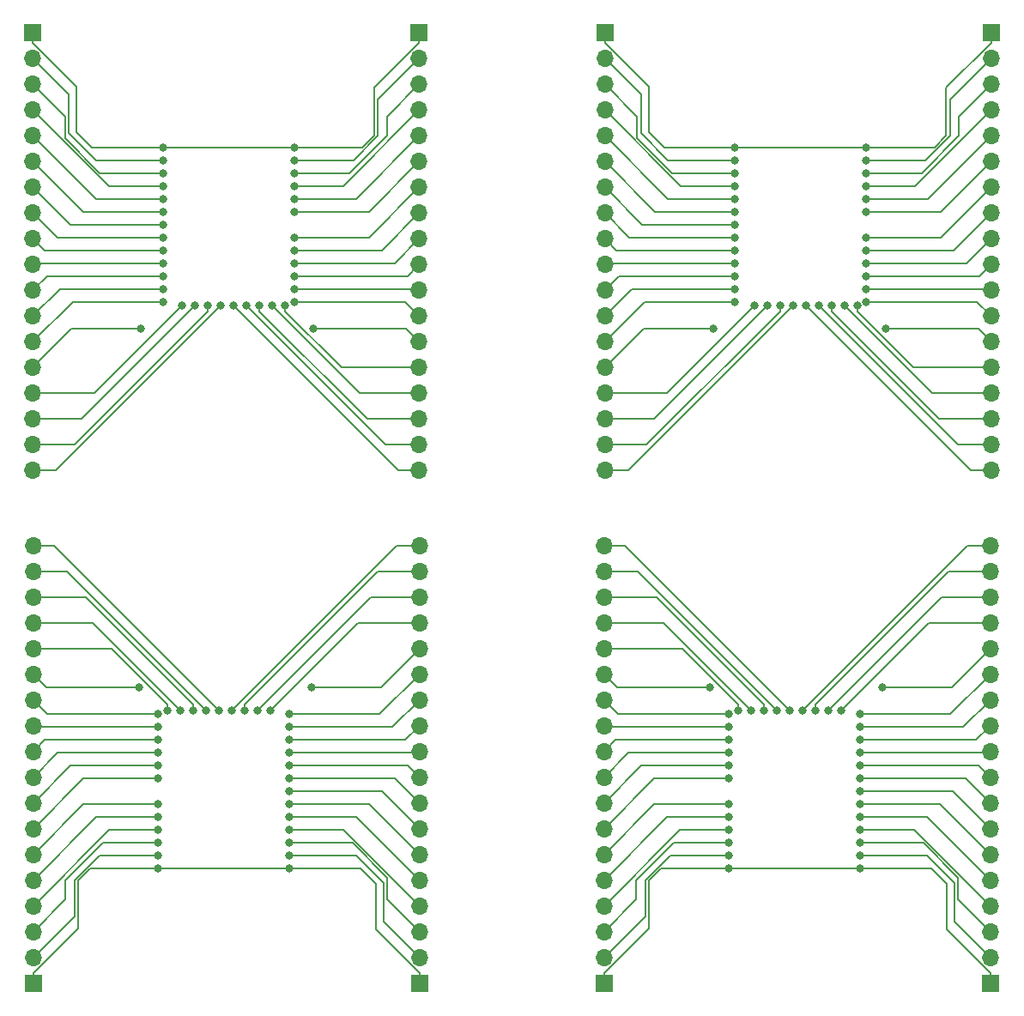
<source format=gbr>
G04 #@! TF.GenerationSoftware,KiCad,Pcbnew,5.0.2+dfsg1-1~bpo9+1*
G04 #@! TF.CreationDate,2020-03-02T01:02:18-06:00*
G04 #@! TF.ProjectId,bare4,62617265-342e-46b6-9963-61645f706362,1.0*
G04 #@! TF.SameCoordinates,Original*
G04 #@! TF.FileFunction,Copper,L2,Bot*
G04 #@! TF.FilePolarity,Positive*
%FSLAX46Y46*%
G04 Gerber Fmt 4.6, Leading zero omitted, Abs format (unit mm)*
G04 Created by KiCad (PCBNEW 5.0.2+dfsg1-1~bpo9+1) date Mon 02 Mar 2020 01:02:18 AM CST*
%MOMM*%
%LPD*%
G01*
G04 APERTURE LIST*
G04 #@! TA.AperFunction,ComponentPad*
%ADD10R,1.700000X1.700000*%
G04 #@! TD*
G04 #@! TA.AperFunction,ComponentPad*
%ADD11O,1.700000X1.700000*%
G04 #@! TD*
G04 #@! TA.AperFunction,ViaPad*
%ADD12C,0.800000*%
G04 #@! TD*
G04 #@! TA.AperFunction,Conductor*
%ADD13C,0.127000*%
G04 #@! TD*
G04 APERTURE END LIST*
D10*
G04 #@! TO.P,J1,1*
G04 #@! TO.N,GND*
X147220000Y-146891000D03*
D11*
G04 #@! TO.P,J1,2*
G04 #@! TO.N,3V3*
X147220000Y-144351000D03*
G04 #@! TO.P,J1,3*
G04 #@! TO.N,EN*
X147220000Y-141811000D03*
G04 #@! TO.P,J1,4*
G04 #@! TO.N,SENSOR_VP*
X147220000Y-139271000D03*
G04 #@! TO.P,J1,5*
G04 #@! TO.N,SENSOR_VN*
X147220000Y-136731000D03*
G04 #@! TO.P,J1,6*
G04 #@! TO.N,IO34*
X147220000Y-134191000D03*
G04 #@! TO.P,J1,7*
G04 #@! TO.N,IO35*
X147220000Y-131651000D03*
G04 #@! TO.P,J1,8*
G04 #@! TO.N,IO32*
X147220000Y-129111000D03*
G04 #@! TO.P,J1,9*
G04 #@! TO.N,IO33*
X147220000Y-126571000D03*
G04 #@! TO.P,J1,10*
G04 #@! TO.N,IO25*
X147220000Y-124031000D03*
G04 #@! TO.P,J1,11*
G04 #@! TO.N,IO26*
X147220000Y-121491000D03*
G04 #@! TO.P,J1,12*
G04 #@! TO.N,IO27*
X147220000Y-118951000D03*
G04 #@! TO.P,J1,13*
G04 #@! TO.N,IO14*
X147220000Y-116411000D03*
G04 #@! TO.P,J1,14*
G04 #@! TO.N,IO12*
X147220000Y-113871000D03*
G04 #@! TO.P,J1,15*
G04 #@! TO.N,IO13*
X147220000Y-111331000D03*
G04 #@! TO.P,J1,16*
G04 #@! TO.N,SD2*
X147220000Y-108791000D03*
G04 #@! TO.P,J1,17*
G04 #@! TO.N,SD3*
X147220000Y-106251000D03*
G04 #@! TO.P,J1,18*
G04 #@! TO.N,CMD*
X147220000Y-103711000D03*
G04 #@! TD*
D10*
G04 #@! TO.P,J2,1*
G04 #@! TO.N,GND*
X109120000Y-146891000D03*
D11*
G04 #@! TO.P,J2,2*
G04 #@! TO.N,IO23*
X109120000Y-144351000D03*
G04 #@! TO.P,J2,3*
G04 #@! TO.N,IO22*
X109120000Y-141811000D03*
G04 #@! TO.P,J2,4*
G04 #@! TO.N,TXD0*
X109120000Y-139271000D03*
G04 #@! TO.P,J2,5*
G04 #@! TO.N,RXD0*
X109120000Y-136731000D03*
G04 #@! TO.P,J2,6*
G04 #@! TO.N,IO21*
X109120000Y-134191000D03*
G04 #@! TO.P,J2,7*
G04 #@! TO.N,IO19*
X109120000Y-131651000D03*
G04 #@! TO.P,J2,8*
G04 #@! TO.N,IO18*
X109120000Y-129111000D03*
G04 #@! TO.P,J2,9*
G04 #@! TO.N,IO5*
X109120000Y-126571000D03*
G04 #@! TO.P,J2,10*
G04 #@! TO.N,IO17*
X109120000Y-124031000D03*
G04 #@! TO.P,J2,11*
G04 #@! TO.N,IO16*
X109120000Y-121491000D03*
G04 #@! TO.P,J2,12*
G04 #@! TO.N,IO4*
X109120000Y-118951000D03*
G04 #@! TO.P,J2,13*
G04 #@! TO.N,IO0*
X109120000Y-116411000D03*
G04 #@! TO.P,J2,14*
G04 #@! TO.N,IO2*
X109120000Y-113871000D03*
G04 #@! TO.P,J2,15*
G04 #@! TO.N,IO15*
X109120000Y-111331000D03*
G04 #@! TO.P,J2,16*
G04 #@! TO.N,SD1*
X109120000Y-108791000D03*
G04 #@! TO.P,J2,17*
G04 #@! TO.N,SD0*
X109120000Y-106251000D03*
G04 #@! TO.P,J2,18*
G04 #@! TO.N,CLK*
X109120000Y-103711000D03*
G04 #@! TD*
G04 #@! TO.P,J2,18*
G04 #@! TO.N,CLK*
X52820000Y-103711000D03*
G04 #@! TO.P,J2,17*
G04 #@! TO.N,SD0*
X52820000Y-106251000D03*
G04 #@! TO.P,J2,16*
G04 #@! TO.N,SD1*
X52820000Y-108791000D03*
G04 #@! TO.P,J2,15*
G04 #@! TO.N,IO15*
X52820000Y-111331000D03*
G04 #@! TO.P,J2,14*
G04 #@! TO.N,IO2*
X52820000Y-113871000D03*
G04 #@! TO.P,J2,13*
G04 #@! TO.N,IO0*
X52820000Y-116411000D03*
G04 #@! TO.P,J2,12*
G04 #@! TO.N,IO4*
X52820000Y-118951000D03*
G04 #@! TO.P,J2,11*
G04 #@! TO.N,IO16*
X52820000Y-121491000D03*
G04 #@! TO.P,J2,10*
G04 #@! TO.N,IO17*
X52820000Y-124031000D03*
G04 #@! TO.P,J2,9*
G04 #@! TO.N,IO5*
X52820000Y-126571000D03*
G04 #@! TO.P,J2,8*
G04 #@! TO.N,IO18*
X52820000Y-129111000D03*
G04 #@! TO.P,J2,7*
G04 #@! TO.N,IO19*
X52820000Y-131651000D03*
G04 #@! TO.P,J2,6*
G04 #@! TO.N,IO21*
X52820000Y-134191000D03*
G04 #@! TO.P,J2,5*
G04 #@! TO.N,RXD0*
X52820000Y-136731000D03*
G04 #@! TO.P,J2,4*
G04 #@! TO.N,TXD0*
X52820000Y-139271000D03*
G04 #@! TO.P,J2,3*
G04 #@! TO.N,IO22*
X52820000Y-141811000D03*
G04 #@! TO.P,J2,2*
G04 #@! TO.N,IO23*
X52820000Y-144351000D03*
D10*
G04 #@! TO.P,J2,1*
G04 #@! TO.N,GND*
X52820000Y-146891000D03*
G04 #@! TD*
D11*
G04 #@! TO.P,J1,18*
G04 #@! TO.N,CMD*
X90920000Y-103711000D03*
G04 #@! TO.P,J1,17*
G04 #@! TO.N,SD3*
X90920000Y-106251000D03*
G04 #@! TO.P,J1,16*
G04 #@! TO.N,SD2*
X90920000Y-108791000D03*
G04 #@! TO.P,J1,15*
G04 #@! TO.N,IO13*
X90920000Y-111331000D03*
G04 #@! TO.P,J1,14*
G04 #@! TO.N,IO12*
X90920000Y-113871000D03*
G04 #@! TO.P,J1,13*
G04 #@! TO.N,IO14*
X90920000Y-116411000D03*
G04 #@! TO.P,J1,12*
G04 #@! TO.N,IO27*
X90920000Y-118951000D03*
G04 #@! TO.P,J1,11*
G04 #@! TO.N,IO26*
X90920000Y-121491000D03*
G04 #@! TO.P,J1,10*
G04 #@! TO.N,IO25*
X90920000Y-124031000D03*
G04 #@! TO.P,J1,9*
G04 #@! TO.N,IO33*
X90920000Y-126571000D03*
G04 #@! TO.P,J1,8*
G04 #@! TO.N,IO32*
X90920000Y-129111000D03*
G04 #@! TO.P,J1,7*
G04 #@! TO.N,IO35*
X90920000Y-131651000D03*
G04 #@! TO.P,J1,6*
G04 #@! TO.N,IO34*
X90920000Y-134191000D03*
G04 #@! TO.P,J1,5*
G04 #@! TO.N,SENSOR_VN*
X90920000Y-136731000D03*
G04 #@! TO.P,J1,4*
G04 #@! TO.N,SENSOR_VP*
X90920000Y-139271000D03*
G04 #@! TO.P,J1,3*
G04 #@! TO.N,EN*
X90920000Y-141811000D03*
G04 #@! TO.P,J1,2*
G04 #@! TO.N,3V3*
X90920000Y-144351000D03*
D10*
G04 #@! TO.P,J1,1*
G04 #@! TO.N,GND*
X90920000Y-146891000D03*
G04 #@! TD*
G04 #@! TO.P,J2,1*
G04 #@! TO.N,GND*
X90880000Y-53109000D03*
D11*
G04 #@! TO.P,J2,2*
G04 #@! TO.N,IO23*
X90880000Y-55649000D03*
G04 #@! TO.P,J2,3*
G04 #@! TO.N,IO22*
X90880000Y-58189000D03*
G04 #@! TO.P,J2,4*
G04 #@! TO.N,TXD0*
X90880000Y-60729000D03*
G04 #@! TO.P,J2,5*
G04 #@! TO.N,RXD0*
X90880000Y-63269000D03*
G04 #@! TO.P,J2,6*
G04 #@! TO.N,IO21*
X90880000Y-65809000D03*
G04 #@! TO.P,J2,7*
G04 #@! TO.N,IO19*
X90880000Y-68349000D03*
G04 #@! TO.P,J2,8*
G04 #@! TO.N,IO18*
X90880000Y-70889000D03*
G04 #@! TO.P,J2,9*
G04 #@! TO.N,IO5*
X90880000Y-73429000D03*
G04 #@! TO.P,J2,10*
G04 #@! TO.N,IO17*
X90880000Y-75969000D03*
G04 #@! TO.P,J2,11*
G04 #@! TO.N,IO16*
X90880000Y-78509000D03*
G04 #@! TO.P,J2,12*
G04 #@! TO.N,IO4*
X90880000Y-81049000D03*
G04 #@! TO.P,J2,13*
G04 #@! TO.N,IO0*
X90880000Y-83589000D03*
G04 #@! TO.P,J2,14*
G04 #@! TO.N,IO2*
X90880000Y-86129000D03*
G04 #@! TO.P,J2,15*
G04 #@! TO.N,IO15*
X90880000Y-88669000D03*
G04 #@! TO.P,J2,16*
G04 #@! TO.N,SD1*
X90880000Y-91209000D03*
G04 #@! TO.P,J2,17*
G04 #@! TO.N,SD0*
X90880000Y-93749000D03*
G04 #@! TO.P,J2,18*
G04 #@! TO.N,CLK*
X90880000Y-96289000D03*
G04 #@! TD*
D10*
G04 #@! TO.P,J1,1*
G04 #@! TO.N,GND*
X52780000Y-53109000D03*
D11*
G04 #@! TO.P,J1,2*
G04 #@! TO.N,3V3*
X52780000Y-55649000D03*
G04 #@! TO.P,J1,3*
G04 #@! TO.N,EN*
X52780000Y-58189000D03*
G04 #@! TO.P,J1,4*
G04 #@! TO.N,SENSOR_VP*
X52780000Y-60729000D03*
G04 #@! TO.P,J1,5*
G04 #@! TO.N,SENSOR_VN*
X52780000Y-63269000D03*
G04 #@! TO.P,J1,6*
G04 #@! TO.N,IO34*
X52780000Y-65809000D03*
G04 #@! TO.P,J1,7*
G04 #@! TO.N,IO35*
X52780000Y-68349000D03*
G04 #@! TO.P,J1,8*
G04 #@! TO.N,IO32*
X52780000Y-70889000D03*
G04 #@! TO.P,J1,9*
G04 #@! TO.N,IO33*
X52780000Y-73429000D03*
G04 #@! TO.P,J1,10*
G04 #@! TO.N,IO25*
X52780000Y-75969000D03*
G04 #@! TO.P,J1,11*
G04 #@! TO.N,IO26*
X52780000Y-78509000D03*
G04 #@! TO.P,J1,12*
G04 #@! TO.N,IO27*
X52780000Y-81049000D03*
G04 #@! TO.P,J1,13*
G04 #@! TO.N,IO14*
X52780000Y-83589000D03*
G04 #@! TO.P,J1,14*
G04 #@! TO.N,IO12*
X52780000Y-86129000D03*
G04 #@! TO.P,J1,15*
G04 #@! TO.N,IO13*
X52780000Y-88669000D03*
G04 #@! TO.P,J1,16*
G04 #@! TO.N,SD2*
X52780000Y-91209000D03*
G04 #@! TO.P,J1,17*
G04 #@! TO.N,SD3*
X52780000Y-93749000D03*
G04 #@! TO.P,J1,18*
G04 #@! TO.N,CMD*
X52780000Y-96289000D03*
G04 #@! TD*
G04 #@! TO.P,J1,18*
G04 #@! TO.N,CMD*
X109180000Y-96289000D03*
G04 #@! TO.P,J1,17*
G04 #@! TO.N,SD3*
X109180000Y-93749000D03*
G04 #@! TO.P,J1,16*
G04 #@! TO.N,SD2*
X109180000Y-91209000D03*
G04 #@! TO.P,J1,15*
G04 #@! TO.N,IO13*
X109180000Y-88669000D03*
G04 #@! TO.P,J1,14*
G04 #@! TO.N,IO12*
X109180000Y-86129000D03*
G04 #@! TO.P,J1,13*
G04 #@! TO.N,IO14*
X109180000Y-83589000D03*
G04 #@! TO.P,J1,12*
G04 #@! TO.N,IO27*
X109180000Y-81049000D03*
G04 #@! TO.P,J1,11*
G04 #@! TO.N,IO26*
X109180000Y-78509000D03*
G04 #@! TO.P,J1,10*
G04 #@! TO.N,IO25*
X109180000Y-75969000D03*
G04 #@! TO.P,J1,9*
G04 #@! TO.N,IO33*
X109180000Y-73429000D03*
G04 #@! TO.P,J1,8*
G04 #@! TO.N,IO32*
X109180000Y-70889000D03*
G04 #@! TO.P,J1,7*
G04 #@! TO.N,IO35*
X109180000Y-68349000D03*
G04 #@! TO.P,J1,6*
G04 #@! TO.N,IO34*
X109180000Y-65809000D03*
G04 #@! TO.P,J1,5*
G04 #@! TO.N,SENSOR_VN*
X109180000Y-63269000D03*
G04 #@! TO.P,J1,4*
G04 #@! TO.N,SENSOR_VP*
X109180000Y-60729000D03*
G04 #@! TO.P,J1,3*
G04 #@! TO.N,EN*
X109180000Y-58189000D03*
G04 #@! TO.P,J1,2*
G04 #@! TO.N,3V3*
X109180000Y-55649000D03*
D10*
G04 #@! TO.P,J1,1*
G04 #@! TO.N,GND*
X109180000Y-53109000D03*
G04 #@! TD*
D11*
G04 #@! TO.P,J2,18*
G04 #@! TO.N,CLK*
X147280000Y-96289000D03*
G04 #@! TO.P,J2,17*
G04 #@! TO.N,SD0*
X147280000Y-93749000D03*
G04 #@! TO.P,J2,16*
G04 #@! TO.N,SD1*
X147280000Y-91209000D03*
G04 #@! TO.P,J2,15*
G04 #@! TO.N,IO15*
X147280000Y-88669000D03*
G04 #@! TO.P,J2,14*
G04 #@! TO.N,IO2*
X147280000Y-86129000D03*
G04 #@! TO.P,J2,13*
G04 #@! TO.N,IO0*
X147280000Y-83589000D03*
G04 #@! TO.P,J2,12*
G04 #@! TO.N,IO4*
X147280000Y-81049000D03*
G04 #@! TO.P,J2,11*
G04 #@! TO.N,IO16*
X147280000Y-78509000D03*
G04 #@! TO.P,J2,10*
G04 #@! TO.N,IO17*
X147280000Y-75969000D03*
G04 #@! TO.P,J2,9*
G04 #@! TO.N,IO5*
X147280000Y-73429000D03*
G04 #@! TO.P,J2,8*
G04 #@! TO.N,IO18*
X147280000Y-70889000D03*
G04 #@! TO.P,J2,7*
G04 #@! TO.N,IO19*
X147280000Y-68349000D03*
G04 #@! TO.P,J2,6*
G04 #@! TO.N,IO21*
X147280000Y-65809000D03*
G04 #@! TO.P,J2,5*
G04 #@! TO.N,RXD0*
X147280000Y-63269000D03*
G04 #@! TO.P,J2,4*
G04 #@! TO.N,TXD0*
X147280000Y-60729000D03*
G04 #@! TO.P,J2,3*
G04 #@! TO.N,IO22*
X147280000Y-58189000D03*
G04 #@! TO.P,J2,2*
G04 #@! TO.N,IO23*
X147280000Y-55649000D03*
D10*
G04 #@! TO.P,J2,1*
G04 #@! TO.N,GND*
X147280000Y-53109000D03*
G04 #@! TD*
D12*
G04 #@! TO.N,GND*
X122007000Y-64412000D03*
X134961000Y-64412000D03*
X65607000Y-64412000D03*
X78561000Y-64412000D03*
X65139000Y-135588000D03*
X78093000Y-135588000D03*
X121439000Y-135588000D03*
X134393000Y-135588000D03*
G04 #@! TO.N,3V3*
X122007000Y-65682000D03*
X65607000Y-65682000D03*
X78093000Y-134318000D03*
X134393000Y-134318000D03*
G04 #@! TO.N,EN*
X122007000Y-66952000D03*
X65607000Y-66952000D03*
X78093000Y-133048000D03*
X134393000Y-133048000D03*
G04 #@! TO.N,SENSOR_VP*
X122007000Y-68222000D03*
X65607000Y-68222000D03*
X78093000Y-131778000D03*
X134393000Y-131778000D03*
G04 #@! TO.N,SENSOR_VN*
X122007000Y-69492000D03*
X65607000Y-69492000D03*
X78093000Y-130508000D03*
X134393000Y-130508000D03*
G04 #@! TO.N,IO34*
X122007000Y-70762000D03*
X65607000Y-70762000D03*
X78093000Y-129238000D03*
X134393000Y-129238000D03*
G04 #@! TO.N,IO35*
X122007000Y-72032000D03*
X65607000Y-72032000D03*
X78093000Y-127968000D03*
X134393000Y-127968000D03*
G04 #@! TO.N,IO32*
X122007000Y-73302000D03*
X65607000Y-73302000D03*
X78093000Y-126698000D03*
X134393000Y-126698000D03*
G04 #@! TO.N,IO33*
X122007000Y-74572000D03*
X65607000Y-74572000D03*
X78093000Y-125428000D03*
X134393000Y-125428000D03*
G04 #@! TO.N,IO25*
X122007000Y-75842000D03*
X65607000Y-75842000D03*
X78093000Y-124158000D03*
X134393000Y-124158000D03*
G04 #@! TO.N,IO26*
X122007000Y-77112000D03*
X65607000Y-77112000D03*
X78093000Y-122888000D03*
X134393000Y-122888000D03*
G04 #@! TO.N,IO27*
X122007000Y-78382000D03*
X65607000Y-78382000D03*
X78093000Y-121618000D03*
X134393000Y-121618000D03*
G04 #@! TO.N,IO14*
X122007000Y-79652000D03*
X65607000Y-79652000D03*
X78093000Y-120348000D03*
X134393000Y-120348000D03*
G04 #@! TO.N,IO12*
X119848000Y-82319000D03*
X63448000Y-82319000D03*
X80252000Y-117681000D03*
X136552000Y-117681000D03*
G04 #@! TO.N,IO13*
X123912000Y-80033000D03*
X67512000Y-80033000D03*
X76188000Y-119967000D03*
X132488000Y-119967000D03*
G04 #@! TO.N,SD2*
X125182000Y-80033000D03*
X68782000Y-80033000D03*
X74918000Y-119967000D03*
X131218000Y-119967000D03*
G04 #@! TO.N,SD3*
X126452000Y-80033000D03*
X70052000Y-80033000D03*
X73648000Y-119967000D03*
X129948000Y-119967000D03*
G04 #@! TO.N,CMD*
X127722000Y-80033000D03*
X71322000Y-80033000D03*
X72378000Y-119967000D03*
X128678000Y-119967000D03*
G04 #@! TO.N,CLK*
X128992000Y-80033000D03*
X72592000Y-80033000D03*
X71108000Y-119967000D03*
X127408000Y-119967000D03*
G04 #@! TO.N,SD0*
X130262000Y-80033000D03*
X73862000Y-80033000D03*
X69838000Y-119967000D03*
X126138000Y-119967000D03*
G04 #@! TO.N,SD1*
X131532000Y-80033000D03*
X75132000Y-80033000D03*
X68568000Y-119967000D03*
X124868000Y-119967000D03*
G04 #@! TO.N,IO15*
X132802000Y-80033000D03*
X76402000Y-80033000D03*
X67298000Y-119967000D03*
X123598000Y-119967000D03*
G04 #@! TO.N,IO2*
X134072000Y-80033000D03*
X77672000Y-80033000D03*
X66028000Y-119967000D03*
X122328000Y-119967000D03*
G04 #@! TO.N,IO0*
X136866000Y-82319000D03*
X80466000Y-82319000D03*
X63234000Y-117681000D03*
X119534000Y-117681000D03*
G04 #@! TO.N,IO4*
X134961000Y-79652000D03*
X78561000Y-79652000D03*
X65139000Y-120348000D03*
X121439000Y-120348000D03*
G04 #@! TO.N,IO16*
X134961000Y-78382000D03*
X78561000Y-78382000D03*
X65139000Y-121618000D03*
X121439000Y-121618000D03*
G04 #@! TO.N,IO17*
X134961000Y-77112000D03*
X78561000Y-77112000D03*
X65139000Y-122888000D03*
X121439000Y-122888000D03*
G04 #@! TO.N,IO5*
X134961000Y-75842000D03*
X78561000Y-75842000D03*
X65139000Y-124158000D03*
X121439000Y-124158000D03*
G04 #@! TO.N,IO18*
X134961000Y-74572000D03*
X78561000Y-74572000D03*
X65139000Y-125428000D03*
X121439000Y-125428000D03*
G04 #@! TO.N,IO19*
X134961000Y-73302000D03*
X78561000Y-73302000D03*
X65139000Y-126698000D03*
X121439000Y-126698000D03*
G04 #@! TO.N,IO21*
X134961000Y-70762000D03*
X78561000Y-70762000D03*
X65139000Y-129238000D03*
X121439000Y-129238000D03*
G04 #@! TO.N,RXD0*
X134961000Y-69492000D03*
X78561000Y-69492000D03*
X65139000Y-130508000D03*
X121439000Y-130508000D03*
G04 #@! TO.N,TXD0*
X134961000Y-68222000D03*
X78561000Y-68222000D03*
X65139000Y-131778000D03*
X121439000Y-131778000D03*
G04 #@! TO.N,IO22*
X134961000Y-66952000D03*
X78561000Y-66952000D03*
X65139000Y-133048000D03*
X121439000Y-133048000D03*
G04 #@! TO.N,IO23*
X134961000Y-65682000D03*
X78561000Y-65682000D03*
X65139000Y-134318000D03*
X121439000Y-134318000D03*
G04 #@! TD*
D13*
G04 #@! TO.N,GND*
X122007000Y-64412000D02*
X115022000Y-64412000D01*
X115022000Y-64412000D02*
X113498000Y-62888000D01*
X113498000Y-62888000D02*
X113498000Y-58404000D01*
X109180000Y-54086000D02*
X109180000Y-53109000D01*
X113498000Y-58404000D02*
X109180000Y-54086000D01*
X147280000Y-54086000D02*
X147280000Y-53109000D01*
X142835000Y-58531000D02*
X147280000Y-54086000D01*
X141692000Y-64412000D02*
X142835000Y-63269000D01*
X142835000Y-63269000D02*
X142835000Y-58531000D01*
X134961000Y-64412000D02*
X141692000Y-64412000D01*
X134395315Y-64412000D02*
X122007000Y-64412000D01*
X134961000Y-64412000D02*
X134395315Y-64412000D01*
X65607000Y-64412000D02*
X58622000Y-64412000D01*
X78561000Y-64412000D02*
X85292000Y-64412000D01*
X77995315Y-64412000D02*
X65607000Y-64412000D01*
X78561000Y-64412000D02*
X77995315Y-64412000D01*
X58622000Y-64412000D02*
X57098000Y-62888000D01*
X57098000Y-62888000D02*
X57098000Y-58404000D01*
X52780000Y-54086000D02*
X52780000Y-53109000D01*
X57098000Y-58404000D02*
X52780000Y-54086000D01*
X90880000Y-54086000D02*
X90880000Y-53109000D01*
X86435000Y-58531000D02*
X90880000Y-54086000D01*
X85292000Y-64412000D02*
X86435000Y-63269000D01*
X86435000Y-63269000D02*
X86435000Y-58531000D01*
X65139000Y-135588000D02*
X58408000Y-135588000D01*
X65704685Y-135588000D02*
X78093000Y-135588000D01*
X65139000Y-135588000D02*
X65704685Y-135588000D01*
X85078000Y-135588000D02*
X86602000Y-137112000D01*
X86602000Y-137112000D02*
X86602000Y-141596000D01*
X90920000Y-145914000D02*
X90920000Y-146891000D01*
X86602000Y-141596000D02*
X90920000Y-145914000D01*
X52820000Y-145914000D02*
X52820000Y-146891000D01*
X57265000Y-141469000D02*
X52820000Y-145914000D01*
X58408000Y-135588000D02*
X57265000Y-136731000D01*
X57265000Y-136731000D02*
X57265000Y-141469000D01*
X78093000Y-135588000D02*
X85078000Y-135588000D01*
X142902000Y-141596000D02*
X147220000Y-145914000D01*
X109120000Y-145914000D02*
X109120000Y-146891000D01*
X121439000Y-135588000D02*
X122004685Y-135588000D01*
X141378000Y-135588000D02*
X142902000Y-137112000D01*
X142902000Y-137112000D02*
X142902000Y-141596000D01*
X134393000Y-135588000D02*
X141378000Y-135588000D01*
X114708000Y-135588000D02*
X113565000Y-136731000D01*
X113565000Y-136731000D02*
X113565000Y-141469000D01*
X122004685Y-135588000D02*
X134393000Y-135588000D01*
X113565000Y-141469000D02*
X109120000Y-145914000D01*
X147220000Y-145914000D02*
X147220000Y-146891000D01*
X121439000Y-135588000D02*
X114708000Y-135588000D01*
G04 #@! TO.N,3V3*
X112736000Y-63015000D02*
X112736000Y-59205000D01*
X122007000Y-65682000D02*
X115403000Y-65682000D01*
X112736000Y-59205000D02*
X110029999Y-56498999D01*
X110029999Y-56498999D02*
X109180000Y-55649000D01*
X115403000Y-65682000D02*
X112736000Y-63015000D01*
X59003000Y-65682000D02*
X56336000Y-63015000D01*
X56336000Y-63015000D02*
X56336000Y-59205000D01*
X65607000Y-65682000D02*
X59003000Y-65682000D01*
X56336000Y-59205000D02*
X53629999Y-56498999D01*
X53629999Y-56498999D02*
X52780000Y-55649000D01*
X84697000Y-134318000D02*
X87364000Y-136985000D01*
X90070001Y-143501001D02*
X90920000Y-144351000D01*
X78093000Y-134318000D02*
X84697000Y-134318000D01*
X87364000Y-140795000D02*
X90070001Y-143501001D01*
X87364000Y-136985000D02*
X87364000Y-140795000D01*
X146370001Y-143501001D02*
X147220000Y-144351000D01*
X140997000Y-134318000D02*
X143664000Y-136985000D01*
X134393000Y-134318000D02*
X140997000Y-134318000D01*
X143664000Y-140795000D02*
X146370001Y-143501001D01*
X143664000Y-136985000D02*
X143664000Y-140795000D01*
G04 #@! TO.N,EN*
X122007000Y-66952000D02*
X115784000Y-66952000D01*
X115784000Y-66952000D02*
X112355000Y-63523000D01*
X112355000Y-61364000D02*
X109180000Y-58189000D01*
X112355000Y-63523000D02*
X112355000Y-61364000D01*
X65607000Y-66952000D02*
X59384000Y-66952000D01*
X59384000Y-66952000D02*
X55955000Y-63523000D01*
X55955000Y-61364000D02*
X52780000Y-58189000D01*
X55955000Y-63523000D02*
X55955000Y-61364000D01*
X87745000Y-138636000D02*
X90920000Y-141811000D01*
X84316000Y-133048000D02*
X87745000Y-136477000D01*
X87745000Y-136477000D02*
X87745000Y-138636000D01*
X78093000Y-133048000D02*
X84316000Y-133048000D01*
X140616000Y-133048000D02*
X144045000Y-136477000D01*
X144045000Y-136477000D02*
X144045000Y-138636000D01*
X144045000Y-138636000D02*
X147220000Y-141811000D01*
X134393000Y-133048000D02*
X140616000Y-133048000D01*
G04 #@! TO.N,SENSOR_VP*
X116673000Y-68222000D02*
X109180000Y-60729000D01*
X122007000Y-68222000D02*
X116673000Y-68222000D01*
X60273000Y-68222000D02*
X52780000Y-60729000D01*
X65607000Y-68222000D02*
X60273000Y-68222000D01*
X78093000Y-131778000D02*
X83427000Y-131778000D01*
X83427000Y-131778000D02*
X90920000Y-139271000D01*
X139727000Y-131778000D02*
X147220000Y-139271000D01*
X134393000Y-131778000D02*
X139727000Y-131778000D01*
G04 #@! TO.N,SENSOR_VN*
X115403000Y-69492000D02*
X109180000Y-63269000D01*
X122007000Y-69492000D02*
X115403000Y-69492000D01*
X59003000Y-69492000D02*
X52780000Y-63269000D01*
X65607000Y-69492000D02*
X59003000Y-69492000D01*
X84697000Y-130508000D02*
X90920000Y-136731000D01*
X78093000Y-130508000D02*
X84697000Y-130508000D01*
X140997000Y-130508000D02*
X147220000Y-136731000D01*
X134393000Y-130508000D02*
X140997000Y-130508000D01*
G04 #@! TO.N,IO34*
X114133000Y-70762000D02*
X109180000Y-65809000D01*
X122007000Y-70762000D02*
X114133000Y-70762000D01*
X57733000Y-70762000D02*
X52780000Y-65809000D01*
X65607000Y-70762000D02*
X57733000Y-70762000D01*
X78093000Y-129238000D02*
X85967000Y-129238000D01*
X85967000Y-129238000D02*
X90920000Y-134191000D01*
X134393000Y-129238000D02*
X142267000Y-129238000D01*
X142267000Y-129238000D02*
X147220000Y-134191000D01*
G04 #@! TO.N,IO35*
X112863000Y-72032000D02*
X109180000Y-68349000D01*
X122007000Y-72032000D02*
X112863000Y-72032000D01*
X56463000Y-72032000D02*
X52780000Y-68349000D01*
X65607000Y-72032000D02*
X56463000Y-72032000D01*
X78093000Y-127968000D02*
X87237000Y-127968000D01*
X87237000Y-127968000D02*
X90920000Y-131651000D01*
X143537000Y-127968000D02*
X147220000Y-131651000D01*
X134393000Y-127968000D02*
X143537000Y-127968000D01*
G04 #@! TO.N,IO32*
X111593000Y-73302000D02*
X109180000Y-70889000D01*
X122007000Y-73302000D02*
X111593000Y-73302000D01*
X55193000Y-73302000D02*
X52780000Y-70889000D01*
X65607000Y-73302000D02*
X55193000Y-73302000D01*
X88507000Y-126698000D02*
X90920000Y-129111000D01*
X78093000Y-126698000D02*
X88507000Y-126698000D01*
X144807000Y-126698000D02*
X147220000Y-129111000D01*
X134393000Y-126698000D02*
X144807000Y-126698000D01*
G04 #@! TO.N,IO33*
X110323000Y-74572000D02*
X109180000Y-73429000D01*
X122007000Y-74572000D02*
X110323000Y-74572000D01*
X53923000Y-74572000D02*
X52780000Y-73429000D01*
X65607000Y-74572000D02*
X53923000Y-74572000D01*
X78093000Y-125428000D02*
X89777000Y-125428000D01*
X89777000Y-125428000D02*
X90920000Y-126571000D01*
X146077000Y-125428000D02*
X147220000Y-126571000D01*
X134393000Y-125428000D02*
X146077000Y-125428000D01*
G04 #@! TO.N,IO25*
X109307000Y-75842000D02*
X109180000Y-75969000D01*
X122007000Y-75842000D02*
X109307000Y-75842000D01*
X52907000Y-75842000D02*
X52780000Y-75969000D01*
X65607000Y-75842000D02*
X52907000Y-75842000D01*
X90793000Y-124158000D02*
X90920000Y-124031000D01*
X78093000Y-124158000D02*
X90793000Y-124158000D01*
X147093000Y-124158000D02*
X147220000Y-124031000D01*
X134393000Y-124158000D02*
X147093000Y-124158000D01*
G04 #@! TO.N,IO26*
X110577000Y-77112000D02*
X109180000Y-78509000D01*
X122007000Y-77112000D02*
X110577000Y-77112000D01*
X54177000Y-77112000D02*
X52780000Y-78509000D01*
X65607000Y-77112000D02*
X54177000Y-77112000D01*
X78093000Y-122888000D02*
X89523000Y-122888000D01*
X89523000Y-122888000D02*
X90920000Y-121491000D01*
X134393000Y-122888000D02*
X145823000Y-122888000D01*
X145823000Y-122888000D02*
X147220000Y-121491000D01*
G04 #@! TO.N,IO27*
X111847000Y-78382000D02*
X109180000Y-81049000D01*
X122007000Y-78382000D02*
X111847000Y-78382000D01*
X55447000Y-78382000D02*
X52780000Y-81049000D01*
X65607000Y-78382000D02*
X55447000Y-78382000D01*
X88253000Y-121618000D02*
X90920000Y-118951000D01*
X78093000Y-121618000D02*
X88253000Y-121618000D01*
X144553000Y-121618000D02*
X147220000Y-118951000D01*
X134393000Y-121618000D02*
X144553000Y-121618000D01*
G04 #@! TO.N,IO14*
X113117000Y-79652000D02*
X109180000Y-83589000D01*
X122007000Y-79652000D02*
X113117000Y-79652000D01*
X56717000Y-79652000D02*
X52780000Y-83589000D01*
X65607000Y-79652000D02*
X56717000Y-79652000D01*
X86983000Y-120348000D02*
X90920000Y-116411000D01*
X78093000Y-120348000D02*
X86983000Y-120348000D01*
X143283000Y-120348000D02*
X147220000Y-116411000D01*
X134393000Y-120348000D02*
X143283000Y-120348000D01*
G04 #@! TO.N,IO12*
X112990000Y-82319000D02*
X109180000Y-86129000D01*
X119848000Y-82319000D02*
X112990000Y-82319000D01*
X56590000Y-82319000D02*
X52780000Y-86129000D01*
X63448000Y-82319000D02*
X56590000Y-82319000D01*
X80252000Y-117681000D02*
X87110000Y-117681000D01*
X87110000Y-117681000D02*
X90920000Y-113871000D01*
X136552000Y-117681000D02*
X143410000Y-117681000D01*
X143410000Y-117681000D02*
X147220000Y-113871000D01*
G04 #@! TO.N,IO13*
X115276000Y-88669000D02*
X109180000Y-88669000D01*
X123912000Y-80033000D02*
X115276000Y-88669000D01*
X67512000Y-80033000D02*
X58876000Y-88669000D01*
X58876000Y-88669000D02*
X52780000Y-88669000D01*
X76188000Y-119967000D02*
X84824000Y-111331000D01*
X84824000Y-111331000D02*
X90920000Y-111331000D01*
X141124000Y-111331000D02*
X147220000Y-111331000D01*
X132488000Y-119967000D02*
X141124000Y-111331000D01*
G04 #@! TO.N,SD2*
X114006000Y-91209000D02*
X109180000Y-91209000D01*
X125182000Y-80033000D02*
X114006000Y-91209000D01*
X57606000Y-91209000D02*
X52780000Y-91209000D01*
X68782000Y-80033000D02*
X57606000Y-91209000D01*
X74918000Y-119967000D02*
X86094000Y-108791000D01*
X86094000Y-108791000D02*
X90920000Y-108791000D01*
X131218000Y-119967000D02*
X142394000Y-108791000D01*
X142394000Y-108791000D02*
X147220000Y-108791000D01*
G04 #@! TO.N,SD3*
X110382081Y-93749000D02*
X109180000Y-93749000D01*
X113301685Y-93749000D02*
X110382081Y-93749000D01*
X126452000Y-80598685D02*
X113301685Y-93749000D01*
X126452000Y-80033000D02*
X126452000Y-80598685D01*
X53982081Y-93749000D02*
X52780000Y-93749000D01*
X56901685Y-93749000D02*
X53982081Y-93749000D01*
X70052000Y-80598685D02*
X56901685Y-93749000D01*
X70052000Y-80033000D02*
X70052000Y-80598685D01*
X86798315Y-106251000D02*
X89717919Y-106251000D01*
X89717919Y-106251000D02*
X90920000Y-106251000D01*
X73648000Y-119967000D02*
X73648000Y-119401315D01*
X73648000Y-119401315D02*
X86798315Y-106251000D01*
X129948000Y-119967000D02*
X129948000Y-119401315D01*
X146017919Y-106251000D02*
X147220000Y-106251000D01*
X143098315Y-106251000D02*
X146017919Y-106251000D01*
X129948000Y-119401315D02*
X143098315Y-106251000D01*
G04 #@! TO.N,CMD*
X111466000Y-96289000D02*
X109180000Y-96289000D01*
X127722000Y-80033000D02*
X111466000Y-96289000D01*
X55066000Y-96289000D02*
X52780000Y-96289000D01*
X71322000Y-80033000D02*
X55066000Y-96289000D01*
X88634000Y-103711000D02*
X90920000Y-103711000D01*
X72378000Y-119967000D02*
X88634000Y-103711000D01*
X128678000Y-119967000D02*
X144934000Y-103711000D01*
X144934000Y-103711000D02*
X147220000Y-103711000D01*
G04 #@! TO.N,CLK*
X145248000Y-96289000D02*
X147280000Y-96289000D01*
X128992000Y-80033000D02*
X145248000Y-96289000D01*
X88848000Y-96289000D02*
X90880000Y-96289000D01*
X72592000Y-80033000D02*
X88848000Y-96289000D01*
X54852000Y-103711000D02*
X52820000Y-103711000D01*
X71108000Y-119967000D02*
X54852000Y-103711000D01*
X111152000Y-103711000D02*
X109120000Y-103711000D01*
X127408000Y-119967000D02*
X111152000Y-103711000D01*
G04 #@! TO.N,SD0*
X143978000Y-93749000D02*
X147280000Y-93749000D01*
X130262000Y-80033000D02*
X143978000Y-93749000D01*
X87578000Y-93749000D02*
X90880000Y-93749000D01*
X73862000Y-80033000D02*
X87578000Y-93749000D01*
X69838000Y-119967000D02*
X56122000Y-106251000D01*
X56122000Y-106251000D02*
X52820000Y-106251000D01*
X126138000Y-119967000D02*
X112422000Y-106251000D01*
X112422000Y-106251000D02*
X109120000Y-106251000D01*
G04 #@! TO.N,SD1*
X146077919Y-91209000D02*
X147280000Y-91209000D01*
X142142315Y-91209000D02*
X146077919Y-91209000D01*
X131532000Y-80598685D02*
X142142315Y-91209000D01*
X131532000Y-80033000D02*
X131532000Y-80598685D01*
X89677919Y-91209000D02*
X90880000Y-91209000D01*
X85742315Y-91209000D02*
X89677919Y-91209000D01*
X75132000Y-80598685D02*
X85742315Y-91209000D01*
X75132000Y-80033000D02*
X75132000Y-80598685D01*
X57957685Y-108791000D02*
X54022081Y-108791000D01*
X54022081Y-108791000D02*
X52820000Y-108791000D01*
X68568000Y-119967000D02*
X68568000Y-119401315D01*
X68568000Y-119401315D02*
X57957685Y-108791000D01*
X110322081Y-108791000D02*
X109120000Y-108791000D01*
X124868000Y-119967000D02*
X124868000Y-119401315D01*
X124868000Y-119401315D02*
X114257685Y-108791000D01*
X114257685Y-108791000D02*
X110322081Y-108791000D01*
G04 #@! TO.N,IO15*
X141438000Y-88669000D02*
X147280000Y-88669000D01*
X132802000Y-80033000D02*
X141438000Y-88669000D01*
X85038000Y-88669000D02*
X90880000Y-88669000D01*
X76402000Y-80033000D02*
X85038000Y-88669000D01*
X58662000Y-111331000D02*
X52820000Y-111331000D01*
X67298000Y-119967000D02*
X58662000Y-111331000D01*
X114962000Y-111331000D02*
X109120000Y-111331000D01*
X123598000Y-119967000D02*
X114962000Y-111331000D01*
G04 #@! TO.N,IO2*
X134072000Y-80033000D02*
X134072000Y-80598685D01*
X139602315Y-86129000D02*
X147280000Y-86129000D01*
X134072000Y-80598685D02*
X139602315Y-86129000D01*
X77672000Y-80033000D02*
X77672000Y-80598685D01*
X83202315Y-86129000D02*
X90880000Y-86129000D01*
X77672000Y-80598685D02*
X83202315Y-86129000D01*
X66028000Y-119401315D02*
X60497685Y-113871000D01*
X60497685Y-113871000D02*
X52820000Y-113871000D01*
X66028000Y-119967000D02*
X66028000Y-119401315D01*
X122328000Y-119401315D02*
X116797685Y-113871000D01*
X116797685Y-113871000D02*
X109120000Y-113871000D01*
X122328000Y-119967000D02*
X122328000Y-119401315D01*
G04 #@! TO.N,IO0*
X146010000Y-82319000D02*
X147280000Y-83589000D01*
X136866000Y-82319000D02*
X146010000Y-82319000D01*
X89610000Y-82319000D02*
X90880000Y-83589000D01*
X80466000Y-82319000D02*
X89610000Y-82319000D01*
X63234000Y-117681000D02*
X54090000Y-117681000D01*
X54090000Y-117681000D02*
X52820000Y-116411000D01*
X119534000Y-117681000D02*
X110390000Y-117681000D01*
X110390000Y-117681000D02*
X109120000Y-116411000D01*
G04 #@! TO.N,IO4*
X145883000Y-79652000D02*
X147280000Y-81049000D01*
X134961000Y-79652000D02*
X145883000Y-79652000D01*
X89483000Y-79652000D02*
X90880000Y-81049000D01*
X78561000Y-79652000D02*
X89483000Y-79652000D01*
X65139000Y-120348000D02*
X54217000Y-120348000D01*
X54217000Y-120348000D02*
X52820000Y-118951000D01*
X110517000Y-120348000D02*
X109120000Y-118951000D01*
X121439000Y-120348000D02*
X110517000Y-120348000D01*
G04 #@! TO.N,IO16*
X147153000Y-78382000D02*
X147280000Y-78509000D01*
X134961000Y-78382000D02*
X147153000Y-78382000D01*
X90753000Y-78382000D02*
X90880000Y-78509000D01*
X78561000Y-78382000D02*
X90753000Y-78382000D01*
X52947000Y-121618000D02*
X52820000Y-121491000D01*
X65139000Y-121618000D02*
X52947000Y-121618000D01*
X121439000Y-121618000D02*
X109247000Y-121618000D01*
X109247000Y-121618000D02*
X109120000Y-121491000D01*
G04 #@! TO.N,IO17*
X146137000Y-77112000D02*
X147280000Y-75969000D01*
X134961000Y-77112000D02*
X146137000Y-77112000D01*
X89737000Y-77112000D02*
X90880000Y-75969000D01*
X78561000Y-77112000D02*
X89737000Y-77112000D01*
X65139000Y-122888000D02*
X53963000Y-122888000D01*
X53963000Y-122888000D02*
X52820000Y-124031000D01*
X121439000Y-122888000D02*
X110263000Y-122888000D01*
X110263000Y-122888000D02*
X109120000Y-124031000D01*
G04 #@! TO.N,IO5*
X144867000Y-75842000D02*
X147280000Y-73429000D01*
X134961000Y-75842000D02*
X144867000Y-75842000D01*
X88467000Y-75842000D02*
X90880000Y-73429000D01*
X78561000Y-75842000D02*
X88467000Y-75842000D01*
X55233000Y-124158000D02*
X52820000Y-126571000D01*
X65139000Y-124158000D02*
X55233000Y-124158000D01*
X111533000Y-124158000D02*
X109120000Y-126571000D01*
X121439000Y-124158000D02*
X111533000Y-124158000D01*
G04 #@! TO.N,IO18*
X143597000Y-74572000D02*
X147280000Y-70889000D01*
X134961000Y-74572000D02*
X143597000Y-74572000D01*
X87197000Y-74572000D02*
X90880000Y-70889000D01*
X78561000Y-74572000D02*
X87197000Y-74572000D01*
X65139000Y-125428000D02*
X56503000Y-125428000D01*
X56503000Y-125428000D02*
X52820000Y-129111000D01*
X112803000Y-125428000D02*
X109120000Y-129111000D01*
X121439000Y-125428000D02*
X112803000Y-125428000D01*
G04 #@! TO.N,IO19*
X142327000Y-73302000D02*
X147280000Y-68349000D01*
X134961000Y-73302000D02*
X142327000Y-73302000D01*
X85927000Y-73302000D02*
X90880000Y-68349000D01*
X78561000Y-73302000D02*
X85927000Y-73302000D01*
X57773000Y-126698000D02*
X52820000Y-131651000D01*
X65139000Y-126698000D02*
X57773000Y-126698000D01*
X114073000Y-126698000D02*
X109120000Y-131651000D01*
X121439000Y-126698000D02*
X114073000Y-126698000D01*
G04 #@! TO.N,IO21*
X142327000Y-70762000D02*
X147280000Y-65809000D01*
X134961000Y-70762000D02*
X142327000Y-70762000D01*
X85927000Y-70762000D02*
X90880000Y-65809000D01*
X78561000Y-70762000D02*
X85927000Y-70762000D01*
X57773000Y-129238000D02*
X52820000Y-134191000D01*
X65139000Y-129238000D02*
X57773000Y-129238000D01*
X114073000Y-129238000D02*
X109120000Y-134191000D01*
X121439000Y-129238000D02*
X114073000Y-129238000D01*
G04 #@! TO.N,RXD0*
X141057000Y-69492000D02*
X147280000Y-63269000D01*
X134961000Y-69492000D02*
X141057000Y-69492000D01*
X84657000Y-69492000D02*
X90880000Y-63269000D01*
X78561000Y-69492000D02*
X84657000Y-69492000D01*
X59043000Y-130508000D02*
X52820000Y-136731000D01*
X65139000Y-130508000D02*
X59043000Y-130508000D01*
X121439000Y-130508000D02*
X115343000Y-130508000D01*
X115343000Y-130508000D02*
X109120000Y-136731000D01*
G04 #@! TO.N,TXD0*
X139787000Y-68222000D02*
X147280000Y-60729000D01*
X134961000Y-68222000D02*
X139787000Y-68222000D01*
X83387000Y-68222000D02*
X90880000Y-60729000D01*
X78561000Y-68222000D02*
X83387000Y-68222000D01*
X60313000Y-131778000D02*
X52820000Y-139271000D01*
X65139000Y-131778000D02*
X60313000Y-131778000D01*
X121439000Y-131778000D02*
X116613000Y-131778000D01*
X116613000Y-131778000D02*
X109120000Y-139271000D01*
G04 #@! TO.N,IO22*
X134961000Y-66952000D02*
X140422000Y-66952000D01*
X140422000Y-66952000D02*
X144105000Y-63269000D01*
X144105000Y-61364000D02*
X147280000Y-58189000D01*
X144105000Y-63269000D02*
X144105000Y-61364000D01*
X78561000Y-66952000D02*
X84022000Y-66952000D01*
X84022000Y-66952000D02*
X87705000Y-63269000D01*
X87705000Y-61364000D02*
X90880000Y-58189000D01*
X87705000Y-63269000D02*
X87705000Y-61364000D01*
X65139000Y-133048000D02*
X59678000Y-133048000D01*
X59678000Y-133048000D02*
X55995000Y-136731000D01*
X55995000Y-138636000D02*
X52820000Y-141811000D01*
X55995000Y-136731000D02*
X55995000Y-138636000D01*
X121439000Y-133048000D02*
X115978000Y-133048000D01*
X115978000Y-133048000D02*
X112295000Y-136731000D01*
X112295000Y-138636000D02*
X109120000Y-141811000D01*
X112295000Y-136731000D02*
X112295000Y-138636000D01*
G04 #@! TO.N,IO23*
X140781224Y-65682000D02*
X143216000Y-63247224D01*
X134961000Y-65682000D02*
X140781224Y-65682000D01*
X143216000Y-59713000D02*
X147280000Y-55649000D01*
X143216000Y-63247224D02*
X143216000Y-59713000D01*
X84381224Y-65682000D02*
X86816000Y-63247224D01*
X78561000Y-65682000D02*
X84381224Y-65682000D01*
X86816000Y-59713000D02*
X90880000Y-55649000D01*
X86816000Y-63247224D02*
X86816000Y-59713000D01*
X59318776Y-134318000D02*
X56884000Y-136752776D01*
X65139000Y-134318000D02*
X59318776Y-134318000D01*
X56884000Y-140287000D02*
X52820000Y-144351000D01*
X56884000Y-136752776D02*
X56884000Y-140287000D01*
X115618776Y-134318000D02*
X113184000Y-136752776D01*
X121439000Y-134318000D02*
X115618776Y-134318000D01*
X113184000Y-140287000D02*
X109120000Y-144351000D01*
X113184000Y-136752776D02*
X113184000Y-140287000D01*
G04 #@! TD*
M02*

</source>
